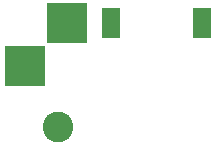
<source format=gts>
G04 #@! TF.GenerationSoftware,KiCad,Pcbnew,(5.0.0)*
G04 #@! TF.CreationDate,2019-01-09T16:35:06-03:00*
G04 #@! TF.ProjectId,Antena,416E74656E612E6B696361645F706362,rev?*
G04 #@! TF.SameCoordinates,Original*
G04 #@! TF.FileFunction,Soldermask,Top*
G04 #@! TF.FilePolarity,Negative*
%FSLAX46Y46*%
G04 Gerber Fmt 4.6, Leading zero omitted, Abs format (unit mm)*
G04 Created by KiCad (PCBNEW (5.0.0)) date 01/09/19 16:35:06*
%MOMM*%
%LPD*%
G01*
G04 APERTURE LIST*
%ADD10C,2.600000*%
%ADD11R,1.600000X2.550000*%
%ADD12R,3.400000X3.400000*%
G04 APERTURE END LIST*
D10*
G04 #@! TO.C,H1*
X-5588000Y-4114800D03*
G04 #@! TD*
D11*
G04 #@! TO.C,ANT1*
X-1106800Y4673600D03*
X6593200Y4673600D03*
G04 #@! TD*
D12*
G04 #@! TO.C,J2*
X-8331200Y1066800D03*
G04 #@! TD*
G04 #@! TO.C,J1*
X-4775200Y4673600D03*
G04 #@! TD*
M02*

</source>
